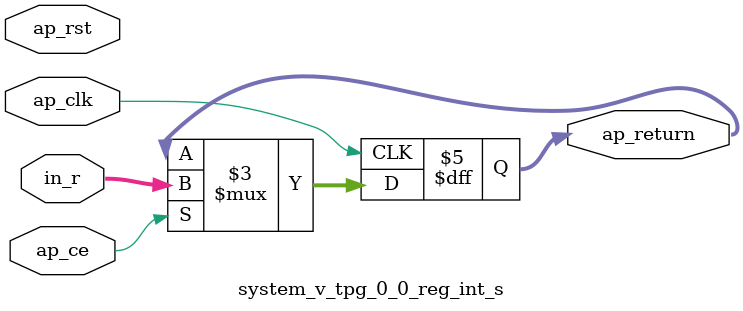
<source format=v>

`timescale 1 ns / 1 ps 

module system_v_tpg_0_0_reg_int_s (
        ap_clk,
        ap_rst,
        in_r,
        ap_return,
        ap_ce
);


input   ap_clk;
input   ap_rst;
input  [30:0] in_r;
output  [30:0] ap_return;
input   ap_ce;

reg[30:0] ap_return;

always @ (posedge ap_clk) begin
    if ((1'b1 == ap_ce)) begin
        ap_return <= in_r;
    end
end

endmodule //system_v_tpg_0_0_reg_int_s

</source>
